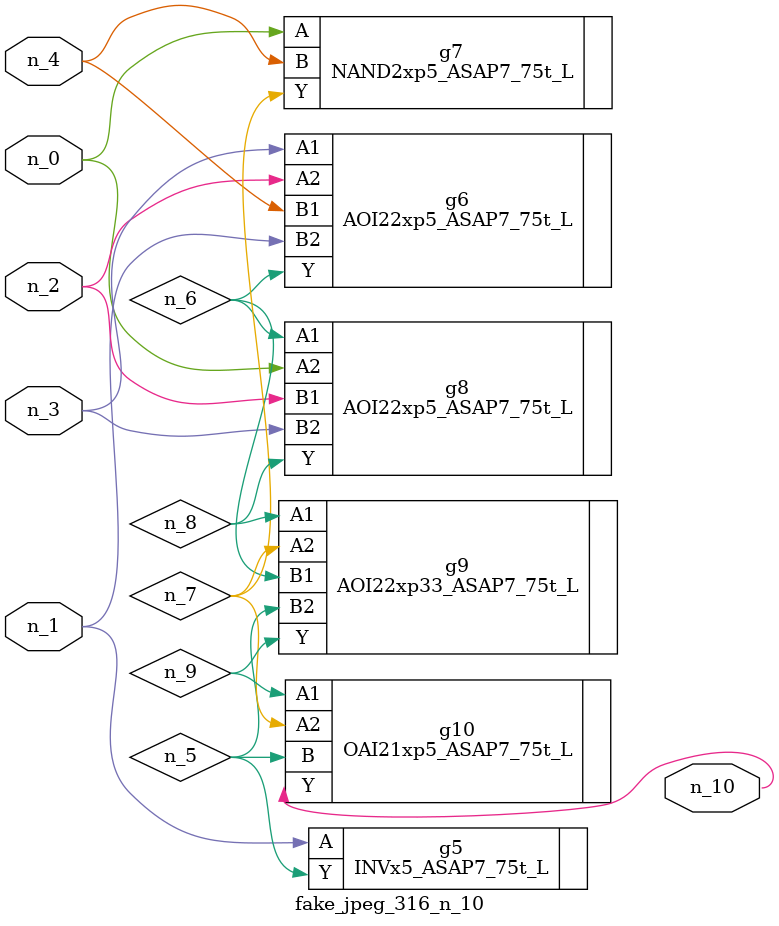
<source format=v>
module fake_jpeg_316_n_10 (n_3, n_2, n_1, n_0, n_4, n_10);

input n_3;
input n_2;
input n_1;
input n_0;
input n_4;

output n_10;

wire n_8;
wire n_9;
wire n_6;
wire n_5;
wire n_7;

INVx5_ASAP7_75t_L g5 ( 
.A(n_1),
.Y(n_5)
);

AOI22xp5_ASAP7_75t_L g6 ( 
.A1(n_3),
.A2(n_2),
.B1(n_4),
.B2(n_1),
.Y(n_6)
);

NAND2xp5_ASAP7_75t_L g7 ( 
.A(n_0),
.B(n_4),
.Y(n_7)
);

AOI22xp5_ASAP7_75t_L g8 ( 
.A1(n_6),
.A2(n_0),
.B1(n_2),
.B2(n_3),
.Y(n_8)
);

AOI22xp33_ASAP7_75t_L g9 ( 
.A1(n_8),
.A2(n_7),
.B1(n_6),
.B2(n_5),
.Y(n_9)
);

OAI21xp5_ASAP7_75t_L g10 ( 
.A1(n_9),
.A2(n_7),
.B(n_5),
.Y(n_10)
);


endmodule
</source>
